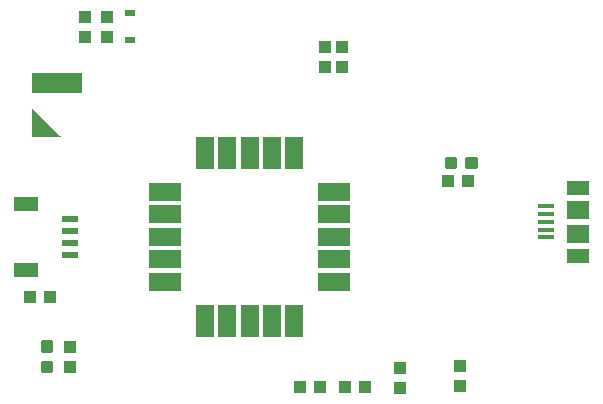
<source format=gbr>
G04 EAGLE Gerber RS-274X export*
G75*
%MOMM*%
%FSLAX34Y34*%
%LPD*%
%INSolderpaste Top*%
%IPPOS*%
%AMOC8*
5,1,8,0,0,1.08239X$1,22.5*%
G01*
%ADD10R,2.000000X1.200000*%
%ADD11R,1.350000X0.600000*%
%ADD12R,1.100000X1.000000*%
%ADD13R,1.000000X1.100000*%
%ADD14R,4.200000X1.700000*%
%ADD15C,0.300000*%
%ADD16R,0.830000X0.630000*%
%ADD17R,2.750000X1.600000*%
%ADD18R,1.600000X2.750000*%
%ADD19R,1.350000X0.400000*%
%ADD20R,1.900000X1.500000*%
%ADD21R,1.900000X1.200000*%

G36*
X208062Y668923D02*
X208062Y668923D01*
X208106Y668926D01*
X208128Y668942D01*
X208154Y668950D01*
X208183Y668983D01*
X208218Y669009D01*
X208228Y669035D01*
X208246Y669055D01*
X208253Y669099D01*
X208268Y669139D01*
X208263Y669166D01*
X208267Y669193D01*
X208249Y669234D01*
X208240Y669276D01*
X208214Y669312D01*
X208210Y669321D01*
X208205Y669325D01*
X208196Y669336D01*
X184196Y693336D01*
X184158Y693357D01*
X184125Y693386D01*
X184098Y693390D01*
X184074Y693403D01*
X184030Y693400D01*
X183987Y693407D01*
X183962Y693396D01*
X183934Y693394D01*
X183899Y693368D01*
X183859Y693350D01*
X183844Y693327D01*
X183822Y693311D01*
X183806Y693270D01*
X183782Y693234D01*
X183775Y693190D01*
X183772Y693181D01*
X183773Y693174D01*
X183771Y693160D01*
X183771Y669160D01*
X183776Y669144D01*
X183773Y669127D01*
X183795Y669077D01*
X183810Y669026D01*
X183823Y669015D01*
X183830Y668999D01*
X183875Y668969D01*
X183915Y668934D01*
X183932Y668931D01*
X183947Y668922D01*
X184020Y668911D01*
X208020Y668911D01*
X208062Y668923D01*
G37*
D10*
X179150Y612200D03*
X179150Y556200D03*
D11*
X215900Y599200D03*
X215900Y589200D03*
X215900Y579200D03*
X215900Y569200D03*
D12*
X199000Y533400D03*
X182000Y533400D03*
D13*
X446786Y728100D03*
X446786Y745100D03*
X431800Y728100D03*
X431800Y745100D03*
X228600Y753500D03*
X228600Y770500D03*
D14*
X204820Y714460D03*
D13*
X495300Y473320D03*
X495300Y456320D03*
X546100Y474590D03*
X546100Y457590D03*
D15*
X200350Y477330D02*
X193350Y477330D01*
X200350Y477330D02*
X200350Y470330D01*
X193350Y470330D01*
X193350Y477330D01*
X193350Y473180D02*
X200350Y473180D01*
X200350Y476030D02*
X193350Y476030D01*
X193350Y494870D02*
X200350Y494870D01*
X200350Y487870D01*
X193350Y487870D01*
X193350Y494870D01*
X193350Y490720D02*
X200350Y490720D01*
X200350Y493570D02*
X193350Y493570D01*
D16*
X266700Y750500D03*
X266700Y773500D03*
D13*
X247650Y753500D03*
X247650Y770500D03*
X215900Y474100D03*
X215900Y491100D03*
D17*
X297050Y622200D03*
X297050Y603200D03*
X297050Y584200D03*
X297050Y565200D03*
X297050Y546200D03*
D18*
X330300Y512950D03*
X349300Y512950D03*
X368300Y512950D03*
X387300Y512950D03*
X406300Y512950D03*
D17*
X439550Y546200D03*
X439550Y565200D03*
X439550Y584200D03*
X439550Y603200D03*
X439550Y622200D03*
D18*
X406300Y655450D03*
X387300Y655450D03*
X368300Y655450D03*
X349300Y655450D03*
X330300Y655450D03*
D12*
X410600Y457200D03*
X427600Y457200D03*
X448700Y457200D03*
X465700Y457200D03*
X553330Y631190D03*
X536330Y631190D03*
D15*
X542100Y642930D02*
X542100Y649930D01*
X542100Y642930D02*
X535100Y642930D01*
X535100Y649930D01*
X542100Y649930D01*
X542100Y645780D02*
X535100Y645780D01*
X535100Y648630D02*
X542100Y648630D01*
X559640Y649930D02*
X559640Y642930D01*
X552640Y642930D01*
X552640Y649930D01*
X559640Y649930D01*
X559640Y645780D02*
X552640Y645780D01*
X552640Y648630D02*
X559640Y648630D01*
D19*
X619120Y583900D03*
X619120Y590400D03*
X619120Y596900D03*
X619120Y603400D03*
X619120Y609900D03*
D20*
X646120Y586900D03*
X646120Y606900D03*
D21*
X646120Y567900D03*
X646120Y625900D03*
M02*

</source>
